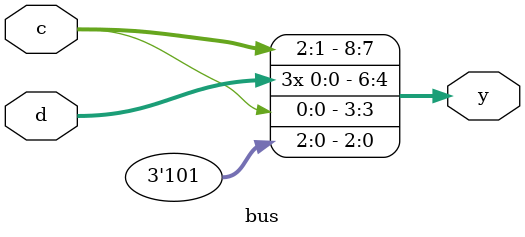
<source format=sv>


module bus(input logic[2:0] c, input logic[3:0] d, output logic[8:0] y);

assign y = {
	c[2:1],
	{3{d[0]}},
	c[0],
	3'b101
};

endmodule

</source>
